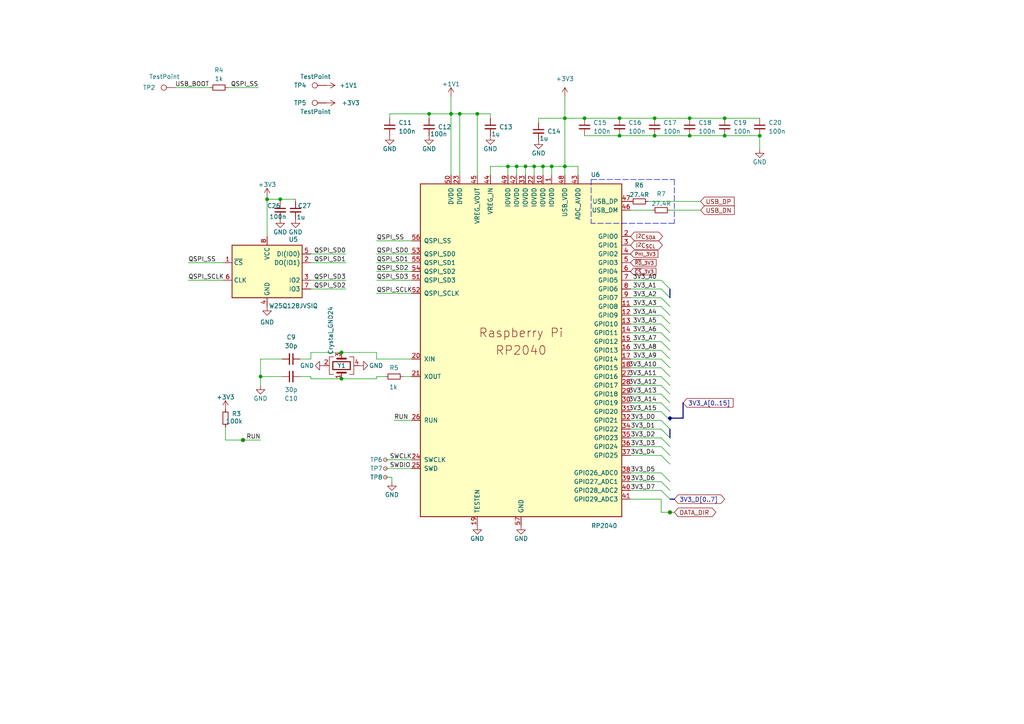
<source format=kicad_sch>
(kicad_sch (version 20210621) (generator eeschema)
  (paper "A4")
  (title_block (title "RP2040 Game Boy Cart") (date "2021-08-31") (rev "0.2a") (company "Mahyar Koshkouei") (comment 1 "All Rights Reserved") (comment 2 "Compatible with DMG, MGB, & CGB. Collectively referred to as \"GB\" here."))
  (lib_symbols
    (symbol "Connector:TestPoint" (pin_numbers hide) (pin_names (offset 0.762) hide)
      (property "Reference" "TP" (at 0 6.858 0))
      (property "Value" "TestPoint" (at 0 5.08 0))
      (symbol "TestPoint_0_1"
        (circle (center 0 3.302) (radius 0.762))
      )
      (symbol "TestPoint_1_1"
        (pin passive line (at 0 0 90) (length 2.54) (name "1") (number "1"))
      )
    )
    (symbol "Connector:TestPoint_Small" (pin_numbers hide) (pin_names (offset 0.762) hide)
      (property "Reference" "TP" (at 0 3.81 0))
      (property "Value" "TestPoint_Small" (at 0 2.032 0))
      (symbol "TestPoint_Small_0_1"
        (circle (center 0 0) (radius 0.508))
      )
      (symbol "TestPoint_Small_1_1"
        (pin passive line (at 0 0 90) (length 0) (name "1") (number "1"))
      )
    )
    (symbol "Device:C_Small" (pin_numbers hide) (pin_names (offset 0.254) hide)
      (property "Reference" "C" (at 0.254 1.778 0))
      (property "Value" "C_Small" (at 0.254 -2.032 0))
      (symbol "C_Small_0_1"
        (polyline (pts (xy -1.524 -0.508) (xy 1.524 -0.508)) (stroke (width 0.3302)))
        (polyline (pts (xy -1.524 0.508) (xy 1.524 0.508)) (stroke (width 0.3048)))
      )
      (symbol "C_Small_1_1"
        (pin passive line (at 0 2.54 270) (length 2.032) (name "~") (number "1"))
        (pin passive line (at 0 -2.54 90) (length 2.032) (name "~") (number "2"))
      )
    )
    (symbol "Device:Crystal_GND24" (pin_names (offset 1.016) hide)
      (property "Reference" "Y" (at 3.175 5.08 0))
      (property "Value" "Crystal_GND24" (at 3.175 3.175 0))
      (symbol "Crystal_GND24_0_1"
        (rectangle (start -1.143 2.54) (end 1.143 -2.54) (stroke (width 0.3048)))
        (polyline (pts (xy -2.54 0) (xy -2.032 0)))
        (polyline (pts (xy -2.032 -1.27) (xy -2.032 1.27)) (stroke (width 0.508)))
        (polyline (pts (xy 0 -3.81) (xy 0 -3.556)))
        (polyline (pts (xy 0 3.556) (xy 0 3.81)))
        (polyline (pts (xy 2.032 -1.27) (xy 2.032 1.27)) (stroke (width 0.508)))
        (polyline (pts (xy 2.032 0) (xy 2.54 0)))
        (polyline (pts (xy -2.54 -2.286) (xy -2.54 -3.556) (xy 2.54 -3.556) (xy 2.54 -2.286)))
        (polyline (pts (xy -2.54 2.286) (xy -2.54 3.556) (xy 2.54 3.556) (xy 2.54 2.286)))
      )
      (symbol "Crystal_GND24_1_1"
        (pin passive line (at -3.81 0 0) (length 1.27) (name "1") (number "1"))
        (pin passive line (at 0 5.08 270) (length 1.27) (name "2") (number "2"))
        (pin passive line (at 3.81 0 180) (length 1.27) (name "3") (number "3"))
        (pin passive line (at 0 -5.08 90) (length 1.27) (name "4") (number "4"))
      )
    )
    (symbol "Device:R_Small" (pin_numbers hide) (pin_names (offset 0.254) hide)
      (property "Reference" "R" (at 0.762 0.508 0))
      (property "Value" "R_Small" (at 0.762 -1.016 0))
      (symbol "R_Small_0_1"
        (rectangle (start -0.762 1.778) (end 0.762 -1.778) (stroke (width 0.2032)))
      )
      (symbol "R_Small_1_1"
        (pin passive line (at 0 2.54 270) (length 0.762) (name "~") (number "1"))
        (pin passive line (at 0 -2.54 90) (length 0.762) (name "~") (number "2"))
      )
    )
    (symbol "Memory_Flash:W25Q128JVS"
      (property "Reference" "U" (at -8.89 8.89 0))
      (property "Value" "W25Q128JVS" (at 7.62 8.89 0))
      (symbol "W25Q128JVS_0_1"
        (rectangle (start -10.16 7.62) (end 10.16 -7.62) (stroke (width 0.254)) (fill (type background)))
      )
      (symbol "W25Q128JVS_1_1"
        (pin input line (at -12.7 2.54 0) (length 2.54) (name "~{CS}") (number "1"))
        (pin bidirectional line (at 12.7 2.54 180) (length 2.54) (name "DO(IO1)") (number "2"))
        (pin bidirectional line (at 12.7 -2.54 180) (length 2.54) (name "IO2") (number "3"))
        (pin power_in line (at 0 -10.16 90) (length 2.54) (name "GND") (number "4"))
        (pin bidirectional line (at 12.7 5.08 180) (length 2.54) (name "DI(IO0)") (number "5"))
        (pin input line (at -12.7 -2.54 0) (length 2.54) (name "CLK") (number "6"))
        (pin bidirectional line (at 12.7 -5.08 180) (length 2.54) (name "IO3") (number "7"))
        (pin power_in line (at 0 10.16 270) (length 2.54) (name "VCC") (number "8"))
      )
    )
    (symbol "RP_RP2040:RP2040" (pin_names (offset 1.016))
      (property "Reference" "U" (at -29.21 49.53 0))
      (property "Value" "RP2040" (at 24.13 -49.53 0))
      (symbol "RP2040_0_0"
        (text "Raspberry Pi" (at 0 5.08 0) (effects (font (size 2.54 2.54))))
        (text "RP2040" (at 0 0 0) (effects (font (size 2.54 2.54))))
      )
      (symbol "RP2040_0_1"
        (rectangle (start 29.21 48.26) (end -29.21 -48.26) (stroke (width 0.254)) (fill (type background)))
      )
      (symbol "RP2040_1_1"
        (pin power_in line (at 8.89 50.8 270) (length 2.54) (name "IOVDD") (number "1"))
        (pin power_in line (at 6.35 50.8 270) (length 2.54) (name "IOVDD") (number "10"))
        (pin bidirectional line (at 31.75 12.7 180) (length 2.54) (name "GPIO8") (number "11"))
        (pin bidirectional line (at 31.75 10.16 180) (length 2.54) (name "GPIO9") (number "12"))
        (pin bidirectional line (at 31.75 7.62 180) (length 2.54) (name "GPIO10") (number "13"))
        (pin bidirectional line (at 31.75 5.08 180) (length 2.54) (name "GPIO11") (number "14"))
        (pin bidirectional line (at 31.75 2.54 180) (length 2.54) (name "GPIO12") (number "15"))
        (pin bidirectional line (at 31.75 0 180) (length 2.54) (name "GPIO13") (number "16"))
        (pin bidirectional line (at 31.75 -2.54 180) (length 2.54) (name "GPIO14") (number "17"))
        (pin bidirectional line (at 31.75 -5.08 180) (length 2.54) (name "GPIO15") (number "18"))
        (pin passive line (at -12.7 -50.8 90) (length 2.54) (name "TESTEN") (number "19"))
        (pin bidirectional line (at 31.75 33.02 180) (length 2.54) (name "GPIO0") (number "2"))
        (pin input line (at -31.75 -2.54 0) (length 2.54) (name "XIN") (number "20"))
        (pin passive line (at -31.75 -7.62 0) (length 2.54) (name "XOUT") (number "21"))
        (pin power_in line (at 3.81 50.8 270) (length 2.54) (name "IOVDD") (number "22"))
        (pin power_in line (at -17.78 50.8 270) (length 2.54) (name "DVDD") (number "23"))
        (pin output line (at -31.75 -31.75 0) (length 2.54) (name "SWCLK") (number "24"))
        (pin bidirectional line (at -31.75 -34.29 0) (length 2.54) (name "SWD") (number "25"))
        (pin input line (at -31.75 -20.32 0) (length 2.54) (name "RUN") (number "26"))
        (pin bidirectional line (at 31.75 -7.62 180) (length 2.54) (name "GPIO16") (number "27"))
        (pin bidirectional line (at 31.75 -10.16 180) (length 2.54) (name "GPIO17") (number "28"))
        (pin bidirectional line (at 31.75 -12.7 180) (length 2.54) (name "GPIO18") (number "29"))
        (pin bidirectional line (at 31.75 30.48 180) (length 2.54) (name "GPIO1") (number "3"))
        (pin bidirectional line (at 31.75 -15.24 180) (length 2.54) (name "GPIO19") (number "30"))
        (pin bidirectional line (at 31.75 -17.78 180) (length 2.54) (name "GPIO20") (number "31"))
        (pin bidirectional line (at 31.75 -20.32 180) (length 2.54) (name "GPIO21") (number "32"))
        (pin power_in line (at 1.27 50.8 270) (length 2.54) (name "IOVDD") (number "33"))
        (pin bidirectional line (at 31.75 -22.86 180) (length 2.54) (name "GPIO22") (number "34"))
        (pin bidirectional line (at 31.75 -25.4 180) (length 2.54) (name "GPIO23") (number "35"))
        (pin bidirectional line (at 31.75 -27.94 180) (length 2.54) (name "GPIO24") (number "36"))
        (pin bidirectional line (at 31.75 -30.48 180) (length 2.54) (name "GPIO25") (number "37"))
        (pin bidirectional line (at 31.75 -35.56 180) (length 2.54) (name "GPIO26_ADC0") (number "38"))
        (pin bidirectional line (at 31.75 -38.1 180) (length 2.54) (name "GPIO27_ADC1") (number "39"))
        (pin bidirectional line (at 31.75 27.94 180) (length 2.54) (name "GPIO2") (number "4"))
        (pin bidirectional line (at 31.75 -40.64 180) (length 2.54) (name "GPIO28_ADC2") (number "40"))
        (pin bidirectional line (at 31.75 -43.18 180) (length 2.54) (name "GPIO29_ADC3") (number "41"))
        (pin power_in line (at -1.27 50.8 270) (length 2.54) (name "IOVDD") (number "42"))
        (pin power_in line (at 16.51 50.8 270) (length 2.54) (name "ADC_AVDD") (number "43"))
        (pin power_in line (at -8.89 50.8 270) (length 2.54) (name "VREG_IN") (number "44"))
        (pin power_out line (at -12.7 50.8 270) (length 2.54) (name "VREG_VOUT") (number "45"))
        (pin bidirectional line (at 31.75 40.64 180) (length 2.54) (name "USB_DM") (number "46"))
        (pin bidirectional line (at 31.75 43.18 180) (length 2.54) (name "USB_DP") (number "47"))
        (pin power_in line (at 12.7 50.8 270) (length 2.54) (name "USB_VDD") (number "48"))
        (pin power_in line (at -3.81 50.8 270) (length 2.54) (name "IOVDD") (number "49"))
        (pin bidirectional line (at 31.75 25.4 180) (length 2.54) (name "GPIO3") (number "5"))
        (pin power_in line (at -20.32 50.8 270) (length 2.54) (name "DVDD") (number "50"))
        (pin bidirectional line (at -31.75 20.32 0) (length 2.54) (name "QSPI_SD3") (number "51"))
        (pin output line (at -31.75 16.51 0) (length 2.54) (name "QSPI_SCLK") (number "52"))
        (pin bidirectional line (at -31.75 27.94 0) (length 2.54) (name "QSPI_SD0") (number "53"))
        (pin bidirectional line (at -31.75 22.86 0) (length 2.54) (name "QSPI_SD2") (number "54"))
        (pin bidirectional line (at -31.75 25.4 0) (length 2.54) (name "QSPI_SD1") (number "55"))
        (pin bidirectional line (at -31.75 31.75 0) (length 2.54) (name "QSPI_SS") (number "56"))
        (pin power_in line (at 0 -50.8 90) (length 2.54) (name "GND") (number "57"))
        (pin bidirectional line (at 31.75 22.86 180) (length 2.54) (name "GPIO4") (number "6"))
        (pin bidirectional line (at 31.75 20.32 180) (length 2.54) (name "GPIO5") (number "7"))
        (pin bidirectional line (at 31.75 17.78 180) (length 2.54) (name "GPIO6") (number "8"))
        (pin bidirectional line (at 31.75 15.24 180) (length 2.54) (name "GPIO7") (number "9"))
      )
    )
    (symbol "power:+1V1" (power) (pin_names (offset 0))
      (property "Value" "+1V1" (at 0 3.556 0))
      (symbol "+1V1_0_1"
        (polyline (pts (xy -0.762 1.27) (xy 0 2.54)))
        (polyline (pts (xy 0 0) (xy 0 2.54)))
        (polyline (pts (xy 0 2.54) (xy 0.762 1.27)))
      )
      (symbol "+1V1_1_1"
        (pin power_in line (at 0 0 90) (length 0) hide (name "+1V1") (number "1"))
      )
    )
    (symbol "power:+3V3" (power) (pin_names (offset 0))
      (property "Value" "+3V3" (at 0 3.556 0))
      (symbol "+3V3_0_1"
        (polyline (pts (xy -0.762 1.27) (xy 0 2.54)))
        (polyline (pts (xy 0 0) (xy 0 2.54)))
        (polyline (pts (xy 0 2.54) (xy 0.762 1.27)))
      )
      (symbol "+3V3_1_1"
        (pin power_in line (at 0 0 90) (length 0) hide (name "+3V3") (number "1"))
      )
    )
    (symbol "power:GND" (power) (pin_names (offset 0))
      (property "Value" "GND" (at 0 -3.81 0))
      (symbol "GND_0_1"
        (polyline (pts (xy 0 0) (xy 0 -1.27) (xy 1.27 -1.27) (xy 0 -2.54) (xy -1.27 -1.27) (xy 0 -1.27)))
      )
      (symbol "GND_1_1"
        (pin power_in line (at 0 0 270) (length 0) hide (name "GND") (number "1"))
      )
    )
  )
  (junction (at 70.485 127.635) (diameter 0.9144))
  (junction (at 75.565 109.22) (diameter 0.9144))
  (junction (at 77.47 57.785) (diameter 0.9144))
  (junction (at 81.28 57.785) (diameter 0.9144))
  (junction (at 99.06 102.235) (diameter 0.9144))
  (junction (at 99.06 109.855) (diameter 0.9144))
  (junction (at 124.46 33.02) (diameter 0.9144))
  (junction (at 130.81 33.02) (diameter 0.9144))
  (junction (at 133.35 33.02) (diameter 0.9144))
  (junction (at 138.43 33.02) (diameter 0.9144))
  (junction (at 147.32 48.26) (diameter 0.9144))
  (junction (at 149.86 48.26) (diameter 0.9144))
  (junction (at 152.4 48.26) (diameter 0.9144))
  (junction (at 154.94 48.26) (diameter 0.9144))
  (junction (at 157.48 48.26) (diameter 0.9144))
  (junction (at 160.02 48.26) (diameter 0.9144))
  (junction (at 163.83 34.29) (diameter 0.9144))
  (junction (at 163.83 48.26) (diameter 0.9144))
  (junction (at 169.545 34.29) (diameter 0.9144))
  (junction (at 179.705 34.29) (diameter 0.9144))
  (junction (at 179.705 39.37) (diameter 0.9144))
  (junction (at 189.865 34.29) (diameter 0.9144))
  (junction (at 189.865 39.37) (diameter 0.9144))
  (junction (at 194.31 148.59) (diameter 0.9144))
  (junction (at 200.025 34.29) (diameter 0.9144))
  (junction (at 200.025 39.37) (diameter 0.9144))
  (junction (at 210.185 34.29) (diameter 0.9144))
  (junction (at 210.185 39.37) (diameter 0.9144))
  (junction (at 220.345 39.37) (diameter 0.9144))
  (junction (at 194.31 121.285) (diameter 0.9144))
  (bus_entry (at 191.77 81.28) (size 2.54 2.54))
  (bus_entry (at 191.77 83.82) (size 2.54 2.54))
  (bus_entry (at 191.77 86.36) (size 2.54 2.54))
  (bus_entry (at 191.77 88.9) (size 2.54 2.54))
  (bus_entry (at 191.77 91.44) (size 2.54 2.54))
  (bus_entry (at 191.77 93.98) (size 2.54 2.54))
  (bus_entry (at 191.77 96.52) (size 2.54 2.54))
  (bus_entry (at 191.77 99.06) (size 2.54 2.54))
  (bus_entry (at 191.77 101.6) (size 2.54 2.54))
  (bus_entry (at 191.77 104.14) (size 2.54 2.54))
  (bus_entry (at 191.77 106.68) (size 2.54 2.54))
  (bus_entry (at 191.77 109.22) (size 2.54 2.54))
  (bus_entry (at 191.77 111.76) (size 2.54 2.54))
  (bus_entry (at 191.77 114.3) (size 2.54 2.54))
  (bus_entry (at 191.77 116.84) (size 2.54 2.54))
  (bus_entry (at 191.77 119.38) (size 2.54 2.54))
  (bus_entry (at 191.77 121.92) (size 2.54 2.54))
  (bus_entry (at 191.77 124.46) (size 2.54 2.54))
  (bus_entry (at 191.77 127) (size 2.54 2.54))
  (bus_entry (at 191.77 129.54) (size 2.54 2.54))
  (bus_entry (at 191.77 132.08) (size 2.54 2.54))
  (bus_entry (at 191.77 137.16) (size 2.54 2.54))
  (bus_entry (at 191.77 139.7) (size 2.54 2.54))
  (bus_entry (at 191.77 142.24) (size 2.54 2.54))
  (wire (pts (xy 50.8 25.4) (xy 60.96 25.4)))
  (wire (pts (xy 54.61 76.2) (xy 64.77 76.2)))
  (wire (pts (xy 54.61 81.28) (xy 64.77 81.28)))
  (wire (pts (xy 65.405 123.825) (xy 65.405 127.635)))
  (wire (pts (xy 65.405 127.635) (xy 70.485 127.635)))
  (wire (pts (xy 66.04 25.4) (xy 74.93 25.4)))
  (wire (pts (xy 70.485 127.635) (xy 75.565 127.635)))
  (wire (pts (xy 75.565 104.14) (xy 75.565 109.22)))
  (wire (pts (xy 75.565 109.22) (xy 75.565 111.76)))
  (wire (pts (xy 77.47 57.15) (xy 77.47 57.785)))
  (wire (pts (xy 77.47 57.785) (xy 77.47 68.58)))
  (wire (pts (xy 81.28 57.785) (xy 77.47 57.785)))
  (wire (pts (xy 81.28 57.785) (xy 81.28 58.42)))
  (wire (pts (xy 81.915 104.14) (xy 75.565 104.14)))
  (wire (pts (xy 81.915 109.22) (xy 75.565 109.22)))
  (wire (pts (xy 85.725 57.785) (xy 81.28 57.785)))
  (wire (pts (xy 85.725 58.42) (xy 85.725 57.785)))
  (wire (pts (xy 86.995 104.14) (xy 90.17 104.14)))
  (wire (pts (xy 86.995 109.22) (xy 90.17 109.22)))
  (wire (pts (xy 90.17 73.66) (xy 100.33 73.66)))
  (wire (pts (xy 90.17 76.2) (xy 100.33 76.2)))
  (wire (pts (xy 90.17 81.28) (xy 100.33 81.28)))
  (wire (pts (xy 90.17 83.82) (xy 100.33 83.82)))
  (wire (pts (xy 90.17 102.235) (xy 99.06 102.235)))
  (wire (pts (xy 90.17 104.14) (xy 90.17 102.235)))
  (wire (pts (xy 90.17 109.22) (xy 90.17 109.855)))
  (wire (pts (xy 90.17 109.855) (xy 99.06 109.855)))
  (wire (pts (xy 109.22 69.85) (xy 119.38 69.85)))
  (wire (pts (xy 109.22 73.66) (xy 119.38 73.66)))
  (wire (pts (xy 109.22 76.2) (xy 119.38 76.2)))
  (wire (pts (xy 109.22 78.74) (xy 119.38 78.74)))
  (wire (pts (xy 109.22 81.28) (xy 119.38 81.28)))
  (wire (pts (xy 109.22 85.09) (xy 119.38 85.09)))
  (wire (pts (xy 109.22 102.235) (xy 99.06 102.235)))
  (wire (pts (xy 109.22 104.14) (xy 109.22 102.235)))
  (wire (pts (xy 109.22 109.22) (xy 109.22 109.855)))
  (wire (pts (xy 109.22 109.855) (xy 99.06 109.855)))
  (wire (pts (xy 111.76 109.22) (xy 109.22 109.22)))
  (wire (pts (xy 111.76 133.35) (xy 119.38 133.35)))
  (wire (pts (xy 111.76 135.89) (xy 119.38 135.89)))
  (wire (pts (xy 113.03 33.02) (xy 124.46 33.02)))
  (wire (pts (xy 113.03 34.29) (xy 113.03 33.02)))
  (wire (pts (xy 113.665 138.43) (xy 111.76 138.43)))
  (wire (pts (xy 113.665 139.7) (xy 113.665 138.43)))
  (wire (pts (xy 114.3 121.92) (xy 119.38 121.92)))
  (wire (pts (xy 116.84 109.22) (xy 119.38 109.22)))
  (wire (pts (xy 119.38 104.14) (xy 109.22 104.14)))
  (wire (pts (xy 124.46 33.02) (xy 130.81 33.02)))
  (wire (pts (xy 124.46 34.29) (xy 124.46 33.02)))
  (wire (pts (xy 130.81 27.94) (xy 130.81 33.02)))
  (wire (pts (xy 130.81 33.02) (xy 133.35 33.02)))
  (wire (pts (xy 130.81 50.8) (xy 130.81 33.02)))
  (wire (pts (xy 133.35 33.02) (xy 138.43 33.02)))
  (wire (pts (xy 133.35 50.8) (xy 133.35 33.02)))
  (wire (pts (xy 138.43 33.02) (xy 138.43 50.8)))
  (wire (pts (xy 142.24 33.02) (xy 138.43 33.02)))
  (wire (pts (xy 142.24 34.29) (xy 142.24 33.02)))
  (wire (pts (xy 142.24 48.26) (xy 147.32 48.26)))
  (wire (pts (xy 142.24 50.8) (xy 142.24 48.26)))
  (wire (pts (xy 147.32 48.26) (xy 149.86 48.26)))
  (wire (pts (xy 147.32 50.8) (xy 147.32 48.26)))
  (wire (pts (xy 149.86 48.26) (xy 149.86 50.8)))
  (wire (pts (xy 149.86 48.26) (xy 152.4 48.26)))
  (wire (pts (xy 152.4 48.26) (xy 152.4 50.8)))
  (wire (pts (xy 152.4 48.26) (xy 154.94 48.26)))
  (wire (pts (xy 154.94 48.26) (xy 154.94 50.8)))
  (wire (pts (xy 154.94 48.26) (xy 157.48 48.26)))
  (wire (pts (xy 156.21 34.29) (xy 163.83 34.29)))
  (wire (pts (xy 156.21 35.56) (xy 156.21 34.29)))
  (wire (pts (xy 157.48 48.26) (xy 157.48 50.8)))
  (wire (pts (xy 157.48 48.26) (xy 160.02 48.26)))
  (wire (pts (xy 160.02 48.26) (xy 160.02 50.8)))
  (wire (pts (xy 160.02 48.26) (xy 163.83 48.26)))
  (wire (pts (xy 163.83 27.94) (xy 163.83 34.29)))
  (wire (pts (xy 163.83 34.29) (xy 169.545 34.29)))
  (wire (pts (xy 163.83 48.26) (xy 163.83 34.29)))
  (wire (pts (xy 163.83 48.26) (xy 163.83 50.8)))
  (wire (pts (xy 163.83 48.26) (xy 167.64 48.26)))
  (wire (pts (xy 167.64 48.26) (xy 167.64 50.8)))
  (wire (pts (xy 169.545 34.29) (xy 179.705 34.29)))
  (wire (pts (xy 169.545 39.37) (xy 179.705 39.37)))
  (wire (pts (xy 179.705 34.29) (xy 189.865 34.29)))
  (wire (pts (xy 179.705 39.37) (xy 189.865 39.37)))
  (wire (pts (xy 182.88 60.96) (xy 189.23 60.96)))
  (wire (pts (xy 182.88 81.28) (xy 191.77 81.28)))
  (wire (pts (xy 182.88 83.82) (xy 191.77 83.82)))
  (wire (pts (xy 182.88 86.36) (xy 191.77 86.36)))
  (wire (pts (xy 182.88 88.9) (xy 191.77 88.9)))
  (wire (pts (xy 182.88 91.44) (xy 191.77 91.44)))
  (wire (pts (xy 182.88 93.98) (xy 191.77 93.98)))
  (wire (pts (xy 182.88 96.52) (xy 191.77 96.52)))
  (wire (pts (xy 182.88 99.06) (xy 191.77 99.06)))
  (wire (pts (xy 182.88 101.6) (xy 191.77 101.6)))
  (wire (pts (xy 182.88 104.14) (xy 191.77 104.14)))
  (wire (pts (xy 182.88 106.68) (xy 191.77 106.68)))
  (wire (pts (xy 182.88 109.22) (xy 191.77 109.22)))
  (wire (pts (xy 182.88 111.76) (xy 191.77 111.76)))
  (wire (pts (xy 182.88 114.3) (xy 191.77 114.3)))
  (wire (pts (xy 182.88 116.84) (xy 191.77 116.84)))
  (wire (pts (xy 182.88 119.38) (xy 191.77 119.38)))
  (wire (pts (xy 182.88 121.92) (xy 191.77 121.92)))
  (wire (pts (xy 182.88 124.46) (xy 191.77 124.46)))
  (wire (pts (xy 182.88 127) (xy 191.77 127)))
  (wire (pts (xy 182.88 129.54) (xy 191.77 129.54)))
  (wire (pts (xy 182.88 132.08) (xy 191.77 132.08)))
  (wire (pts (xy 182.88 137.16) (xy 191.77 137.16)))
  (wire (pts (xy 182.88 139.7) (xy 191.77 139.7)))
  (wire (pts (xy 182.88 142.24) (xy 191.77 142.24)))
  (wire (pts (xy 187.96 58.42) (xy 203.2 58.42)))
  (wire (pts (xy 189.865 34.29) (xy 200.025 34.29)))
  (wire (pts (xy 189.865 39.37) (xy 200.025 39.37)))
  (wire (pts (xy 191.77 144.78) (xy 182.88 144.78)))
  (wire (pts (xy 191.77 148.59) (xy 191.77 144.78)))
  (wire (pts (xy 194.31 60.96) (xy 203.2 60.96)))
  (wire (pts (xy 194.31 148.59) (xy 191.77 148.59)))
  (wire (pts (xy 195.58 148.59) (xy 194.31 148.59)))
  (wire (pts (xy 200.025 34.29) (xy 210.185 34.29)))
  (wire (pts (xy 200.025 39.37) (xy 210.185 39.37)))
  (wire (pts (xy 210.185 34.29) (xy 220.345 34.29)))
  (wire (pts (xy 210.185 39.37) (xy 220.345 39.37)))
  (wire (pts (xy 220.345 39.37) (xy 220.345 43.18)))
  (bus (pts (xy 194.31 83.82) (xy 194.31 121.285)))
  (bus (pts (xy 194.31 121.285) (xy 194.31 121.92)))
  (bus (pts (xy 194.31 121.285) (xy 198.12 121.285)))
  (bus (pts (xy 194.31 124.46) (xy 194.31 144.78)))
  (bus (pts (xy 194.31 144.78) (xy 195.58 144.78)))
  (bus (pts (xy 198.12 121.285) (xy 198.12 116.84)))
  (polyline (pts (xy 171.45 52.07) (xy 171.45 64.77)) (stroke (width 0) (type dash)))
  (polyline (pts (xy 171.45 52.07) (xy 195.58 52.07)) (stroke (width 0) (type dash)))
  (polyline (pts (xy 195.58 52.07) (xy 195.58 64.77)) (stroke (width 0) (type dash)))
  (polyline (pts (xy 195.58 64.77) (xy 171.45 64.77)) (stroke (width 0) (type dash)))
  (label "USB_BOOT" (at 50.8 25.4 0))
  (label "QSPI_SS" (at 54.61 76.2 0))
  (label "QSPI_SCLK" (at 54.61 81.28 0))
  (label "QSPI_SS" (at 74.93 25.4 180))
  (label "RUN" (at 75.565 127.635 180))
  (label "QSPI_SD0" (at 100.33 73.66 180))
  (label "QSPI_SD1" (at 100.33 76.2 180))
  (label "QSPI_SD3" (at 100.33 81.28 180))
  (label "QSPI_SD2" (at 100.33 83.82 180))
  (label "QSPI_SS" (at 109.22 69.85 0))
  (label "QSPI_SD0" (at 109.22 73.66 0))
  (label "QSPI_SD1" (at 109.22 76.2 0))
  (label "QSPI_SD2" (at 109.22 78.74 0))
  (label "QSPI_SD3" (at 109.22 81.28 0))
  (label "QSPI_SCLK" (at 109.22 85.09 0))
  (label "SWCLK" (at 113.03 133.35 0))
  (label "SWDIO" (at 113.03 135.89 0))
  (label "RUN" (at 114.3 121.92 0))
  (label "3V3_D0" (at 182.88 121.92 0))
  (label "3V3_D1" (at 182.88 124.46 0))
  (label "3V3_D2" (at 182.88 127 0))
  (label "3V3_D3" (at 182.88 129.54 0))
  (label "3V3_D4" (at 182.88 132.08 0))
  (label "3V3_D5" (at 182.88 137.16 0))
  (label "3V3_D6" (at 182.88 139.7 0))
  (label "3V3_D7" (at 182.88 142.24 0))
  (label "3V3_A0" (at 190.5 81.28 180))
  (label "3V3_A1" (at 190.5 83.82 180))
  (label "3V3_A2" (at 190.5 86.36 180))
  (label "3V3_A3" (at 190.5 88.9 180))
  (label "3V3_A4" (at 190.5 91.44 180))
  (label "3V3_A5" (at 190.5 93.98 180))
  (label "3V3_A6" (at 190.5 96.52 180))
  (label "3V3_A7" (at 190.5 99.06 180))
  (label "3V3_A8" (at 190.5 101.6 180))
  (label "3V3_A9" (at 190.5 104.14 180))
  (label "3V3_A10" (at 190.5 106.68 180))
  (label "3V3_A11" (at 190.5 109.22 180))
  (label "3V3_A12" (at 190.5 111.76 180))
  (label "3V3_A13" (at 190.5 114.3 180))
  (label "3V3_A14" (at 190.5 116.84 180))
  (label "3V3_A15" (at 190.5 119.38 180))
  (global_label "I^{2}C_{SDA}" (shape bidirectional) (at 182.88 68.58 0) (property "Intersheet References" "${INTERSHEET_REFS}" (effects hide)))
  (global_label "I^{2}C_{SCL}" (shape bidirectional) (at 182.88 71.12 0) (property "Intersheet References" "${INTERSHEET_REFS}" (effects hide)))
  (global_label "PHI_3V3" (shape input) (at 182.88 73.66 0) (effects (font (size 1 1))) (property "Intersheet References" "${INTERSHEET_REFS}" (effects hide)))
  (global_label "~{RD}_3V3" (shape input) (at 182.88 76.2 0) (effects (font (size 1 1))) (property "Intersheet References" "${INTERSHEET_REFS}" (effects hide)))
  (global_label "~{CS}_3V3" (shape input) (at 182.88 78.74 0) (effects (font (size 1 1))) (property "Intersheet References" "${INTERSHEET_REFS}" (effects hide)))
  (global_label "3V3_D[0..7]" (shape bidirectional) (at 195.58 144.78 0) (property "Intersheet References" "${INTERSHEET_REFS}" (effects hide)))
  (global_label "DATA_DIR" (shape bidirectional) (at 195.58 148.59 0) (property "Intersheet References" "${INTERSHEET_REFS}" (effects hide)))
  (global_label "3V3_A[0..15]" (shape input) (at 198.12 116.84 0) (property "Intersheet References" "${INTERSHEET_REFS}" (effects hide)))
  (global_label "USB_DP" (shape input) (at 203.2 58.42 0) (property "Intersheet References" "${INTERSHEET_REFS}" (effects hide)))
  (global_label "USB_DN" (shape input) (at 203.2 60.96 0) (property "Intersheet References" "${INTERSHEET_REFS}" (effects hide)))
  (symbol (lib_id "Connector:TestPoint_Small") (at 70.485 127.635 0) (unit 1)
    (property "Reference" "TP38" (effects hide))
    (property "Value" "TestPoint_Small" (effects hide))
    (property "Footprint" "Project_Specific:TestPoint_Pad_D0.5mm" (effects hide))
    (property "Notes" "Only footprint, no component." (effects hide))
  )
  (symbol (lib_id "Connector:TestPoint_Small") (at 111.76 133.35 0) (unit 1)
    (property "Reference" "TP6" (at 107.315 133.3499 0) (effects (justify left)))
    (property "Value" "SWCLK" (effects hide))
    (property "Footprint" "TestPoint:TestPoint_Pad_D1.0mm" (effects hide))
    (property "Notes" "Only footprint, no component." (effects hide))
  )
  (symbol (lib_id "Connector:TestPoint_Small") (at 111.76 135.89 0) (unit 1)
    (property "Reference" "TP7" (at 107.315 135.8899 0) (effects (justify left)))
    (property "Value" "SWDIO" (effects hide))
    (property "Footprint" "TestPoint:TestPoint_Pad_D1.0mm" (effects hide))
    (property "Notes" "Only footprint, no component." (effects hide))
  )
  (symbol (lib_id "Connector:TestPoint_Small") (at 111.76 138.43 0) (unit 1)
    (property "Reference" "TP8" (at 107.315 138.4299 0) (effects (justify left)))
    (property "Value" "GND" (effects hide))
    (property "Footprint" "TestPoint:TestPoint_Pad_D1.0mm" (effects hide))
    (property "Notes" "Only footprint, no component." (effects hide))
  )
  (symbol (lib_id "Connector:TestPoint_Small") (at 194.31 148.59 0) (unit 1)
    (property "Reference" "TP39" (effects hide))
    (property "Value" "TestPoint_Small" (effects hide))
    (property "Footprint" "Project_Specific:TestPoint_Pad_D0.5mm" (effects hide))
    (property "Notes" "Only footprint, no component." (effects hide))
  )
  (symbol (lib_id "power:+3V3") (at 65.405 118.745 0) (unit 1)
    (property "Reference" "#PWR027" (effects hide))
    (property "Value" "+3V3" (at 65.405 115.189 0))
  )
  (symbol (lib_id "power:+3V3") (at 77.47 57.15 0) (unit 1)
    (property "Reference" "#PWR029" (effects hide))
    (property "Value" "+3V3" (at 77.47 53.5454 0))
  )
  (symbol (lib_id "power:+1V1") (at 94.615 24.765 270) (unit 1)
    (property "Reference" "#PWR032" (effects hide))
    (property "Value" "+1V1" (at 98.425 24.7649 90) (effects (justify left)))
  )
  (symbol (lib_id "power:+3V3") (at 94.615 29.845 270) (unit 1)
    (property "Reference" "#PWR033" (effects hide))
    (property "Value" "+3V3" (at 99.06 29.8449 90) (effects (justify left)))
  )
  (symbol (lib_id "power:+1V1") (at 130.81 27.94 0) (unit 1)
    (property "Reference" "#PWR037" (effects hide))
    (property "Value" "+1V1" (at 130.81 24.384 0))
  )
  (symbol (lib_id "power:+3V3") (at 163.83 27.94 0) (unit 1)
    (property "Reference" "#PWR042" (effects hide))
    (property "Value" "+3V3" (at 163.83 22.86 0))
  )
  (symbol (lib_id "Connector:TestPoint") (at 50.8 25.4 90) (unit 1)
    (property "Reference" "TP2" (at 43.2435 25.4 90))
    (property "Value" "TestPoint" (at 47.6885 22.225 90))
    (property "Footprint" "TestPoint:TestPoint_Pad_D1.0mm" (effects hide))
    (property "Notes" "Only footprint, no component." (effects hide))
  )
  (symbol (lib_id "Connector:TestPoint") (at 94.615 24.765 90) (unit 1)
    (property "Reference" "TP4" (at 87.0585 24.765 90))
    (property "Value" "TestPoint" (at 91.5035 22.225 90))
    (property "Footprint" "TestPoint:TestPoint_Pad_D1.0mm" (effects hide))
    (property "Notes" "Only footprint, no component." (effects hide))
  )
  (symbol (lib_id "Connector:TestPoint") (at 94.615 29.845 90) (unit 1)
    (property "Reference" "TP5" (at 87.0585 29.845 90))
    (property "Value" "TestPoint" (at 91.5035 32.385 90))
    (property "Footprint" "TestPoint:TestPoint_Pad_D1.0mm" (effects hide))
    (property "Notes" "Only footprint, no component." (effects hide))
  )
  (symbol (lib_id "power:GND") (at 75.565 111.76 0) (unit 1)
    (property "Reference" "#PWR031" (effects hide))
    (property "Value" "GND" (at 75.565 115.57 0))
  )
  (symbol (lib_id "power:GND") (at 77.47 88.9 0) (unit 1)
    (property "Reference" "#PWR030" (effects hide))
    (property "Value" "GND" (at 77.47 93.4626 0))
  )
  (symbol (lib_id "power:GND") (at 81.28 63.5 0) (unit 1)
    (property "Reference" "#PWR0102" (effects hide))
    (property "Value" "~" (at 81.28 67.31 0))
  )
  (symbol (lib_id "power:GND") (at 85.725 63.5 0) (unit 1)
    (property "Reference" "#PWR0101" (effects hide))
    (property "Value" "~" (at 85.725 67.31 0))
  )
  (symbol (lib_id "power:GND") (at 93.98 106.045 270) (unit 1)
    (property "Reference" "#PWR071" (effects hide))
    (property "Value" "GND" (at 86.995 106.0449 90) (effects (justify left)))
  )
  (symbol (lib_id "power:GND") (at 104.14 106.045 90) (unit 1)
    (property "Reference" "#PWR072" (effects hide))
    (property "Value" "GND" (at 111.125 106.0451 90) (effects (justify left)))
  )
  (symbol (lib_id "power:GND") (at 113.03 39.37 0) (unit 1)
    (property "Reference" "#PWR034" (effects hide))
    (property "Value" "~" (at 113.03 43.18 0))
  )
  (symbol (lib_id "power:GND") (at 113.665 139.7 0) (unit 1)
    (property "Reference" "#PWR035" (effects hide))
    (property "Value" "GND" (at 113.665 143.51 0))
  )
  (symbol (lib_id "power:GND") (at 124.46 39.37 0) (unit 1)
    (property "Reference" "#PWR036" (effects hide))
    (property "Value" "~" (at 124.46 43.18 0))
  )
  (symbol (lib_id "power:GND") (at 138.43 152.4 0) (unit 1)
    (property "Reference" "#PWR038" (effects hide))
    (property "Value" "GND" (at 138.43 156.21 0))
  )
  (symbol (lib_id "power:GND") (at 142.24 39.37 0) (unit 1)
    (property "Reference" "#PWR039" (effects hide))
    (property "Value" "GND" (at 142.24 43.18 0))
  )
  (symbol (lib_id "power:GND") (at 151.13 152.4 0) (unit 1)
    (property "Reference" "#PWR040" (effects hide))
    (property "Value" "GND" (at 151.13 156.21 0))
  )
  (symbol (lib_id "power:GND") (at 156.21 40.64 0) (unit 1)
    (property "Reference" "#PWR041" (effects hide))
    (property "Value" "GND" (at 156.21 44.45 0))
  )
  (symbol (lib_id "power:GND") (at 220.345 43.18 0) (unit 1)
    (property "Reference" "#PWR043" (effects hide))
    (property "Value" "GND" (at 220.345 46.99 0))
  )
  (symbol (lib_id "Device:R_Small") (at 63.5 25.4 90) (unit 1)
    (property "Reference" "R4" (at 63.5 20.32 90))
    (property "Value" "1k" (at 63.5 22.86 90))
    (property "Footprint" "Resistor_SMD:R_0603_1608Metric" (effects hide))
    (property "LCSC" "C21190" (effects hide))
    (property "Notes" "Alternative manufacturer is acceptable" (effects hide))
    (property "Description" " ±1% ±100ppm/℃ 1kΩ 0.1W 0603 Chip Resistor - Surface Mount ROHS " (effects hide))
    (property "MFr" "0603WAF1001T5E" (effects hide))
    (property "Manufacturer" " UNI-ROYAL(Uniroyal Elec) " (effects hide))
  )
  (symbol (lib_id "Device:R_Small") (at 65.405 121.285 180) (unit 1)
    (property "Reference" "R3" (at 68.58 120.015 0))
    (property "Value" "100k" (at 70.358 122.174 0) (effects (justify left)))
    (property "Footprint" "Resistor_SMD:R_0603_1608Metric" (effects hide))
    (property "LCSC" "C25803" (effects hide))
    (property "Notes" "Alternative manufacturer is acceptable" (effects hide))
    (property "Description" " ±1% 100kΩ ±100ppm/℃ 0.1W 0603 Chip Resistor - Surface Mount ROHS " (effects hide))
    (property "MFr" "0603WAF1003T5E" (effects hide))
    (property "Manufacturer" " UNI-ROYAL(Uniroyal Elec) " (effects hide))
  )
  (symbol (lib_id "Device:R_Small") (at 114.3 109.22 90) (unit 1)
    (property "Reference" "R5" (at 114.3 106.68 90))
    (property "Value" "1k" (at 115.316 112.268 90) (effects (justify left)))
    (property "Footprint" "Resistor_SMD:R_0603_1608Metric" (effects hide))
    (property "LCSC" "C21190" (effects hide))
    (property "Notes" "Alternative manufacturer is acceptable" (effects hide))
    (property "Description" " ±1% ±100ppm/℃ 1kΩ 0.1W 0603 Chip Resistor - Surface Mount ROHS " (effects hide))
    (property "MFr" "0603WAF1001T5E" (effects hide))
    (property "Manufacturer" " UNI-ROYAL(Uniroyal Elec) " (effects hide))
  )
  (symbol (lib_id "Device:R_Small") (at 185.42 58.42 90) (unit 1)
    (property "Reference" "R6" (at 185.42 53.7168 90))
    (property "Value" "27.4R" (at 185.42 56.4919 90))
    (property "Footprint" "Resistor_SMD:R_0603_1608Metric" (effects hide))
    (property "LCSC" "C25190" (effects hide))
    (property "Notes" "Alternative manufacturer is acceptable" (effects hide))
    (property "Description" " ±1% ±200ppm/℃ 27Ω 0.1W 0603 Chip Resistor - Surface Mount ROHS " (effects hide))
    (property "MFr" "0603WAF270JT5E" (effects hide))
    (property "Manufacturer" " UNI-ROYAL(Uniroyal Elec) " (effects hide))
  )
  (symbol (lib_id "Device:R_Small") (at 191.77 60.96 90) (unit 1)
    (property "Reference" "R7" (at 191.77 56.2568 90))
    (property "Value" "27.4R" (at 191.77 59.0319 90))
    (property "Footprint" "Resistor_SMD:R_0603_1608Metric" (effects hide))
    (property "LCSC" "C25190" (effects hide))
    (property "Notes" "Alternative manufacturer is acceptable" (effects hide))
    (property "Description" " ±1% ±200ppm/℃ 27Ω 0.1W 0603 Chip Resistor - Surface Mount ROHS " (effects hide))
    (property "MFr" "0603WAF270JT5E" (effects hide))
    (property "Manufacturer" " UNI-ROYAL(Uniroyal Elec) " (effects hide))
  )
  (symbol (lib_id "Device:C_Small") (at 81.28 60.96 0) (unit 1)
    (property "Reference" "C26" (at 77.47 59.6899 0) (effects (justify left)))
    (property "Value" "100n" (at 78.105 62.8649 0) (effects (justify left)))
    (property "Footprint" "Capacitor_SMD:C_0402_1005Metric" (effects hide))
    (property "LCSC" "C1525" (effects hide))
    (property "MFr" "CL05B104KO5NNNC" (effects hide))
    (property "Manufacturer" "Samsung Electro-Mechanics " (effects hide))
    (property "Notes" "Alternative manufacturer is acceptable" (effects hide))
    (property "Description" " X7R 100nF ±10% 16V 0402 Multilayer Ceramic Capacitors MLCC - SMD/SMT ROHS " (effects hide))
  )
  (symbol (lib_id "Device:C_Small") (at 84.455 104.14 270) (unit 1)
    (property "Reference" "C9" (at 84.455 97.79 90))
    (property "Value" "30p" (at 84.455 100.33 90))
    (property "Footprint" "Capacitor_SMD:C_0603_1608Metric" (effects hide))
    (property "LCSC" "C22397" (effects hide))
    (property "Description" " C0G 30pF ±5% 50V 0603 Multilayer Ceramic Capacitors MLCC - SMD/SMT ROHS " (effects hide))
    (property "MFr" "CL10C300JB8NNNC" (effects hide))
    (property "Manufacturer" " Samsung Electro-Mechanics " (effects hide))
    (property "Notes" "Alternative manufacturer is acceptable" (effects hide))
  )
  (symbol (lib_id "Device:C_Small") (at 84.455 109.22 90) (unit 1)
    (property "Reference" "C10" (at 84.455 115.57 90))
    (property "Value" "30p" (at 84.455 113.03 90))
    (property "Footprint" "Capacitor_SMD:C_0603_1608Metric" (effects hide))
    (property "LCSC" "C22397" (effects hide))
    (property "Description" " C0G 30pF ±5% 50V 0603 Multilayer Ceramic Capacitors MLCC - SMD/SMT ROHS " (effects hide))
    (property "MFr" "CL10C300JB8NNNC" (effects hide))
    (property "Manufacturer" " Samsung Electro-Mechanics " (effects hide))
    (property "Notes" "Alternative manufacturer is acceptable" (effects hide))
  )
  (symbol (lib_id "Device:C_Small") (at 85.725 60.96 0) (unit 1)
    (property "Reference" "C27" (at 86.36 59.6899 0) (effects (justify left)))
    (property "Value" "1u" (at 85.979 62.992 0) (effects (justify left)))
    (property "Footprint" "Capacitor_SMD:C_0603_1608Metric" (effects hide))
    (property "LCSC" "C15849" (effects hide))
    (property "Description" " X5R ±10% 50V 1uF 0603 Multilayer Ceramic Capacitors MLCC - SMD/SMT ROHS " (effects hide))
    (property "MFr" "CL10A105KB8NNNC" (effects hide))
    (property "Manufacturer" " Samsung Electro-Mechanics " (effects hide))
    (property "Notes" "Alternative manufacturer is acceptable" (effects hide))
  )
  (symbol (lib_id "Device:C_Small") (at 113.03 36.83 0) (unit 1)
    (property "Reference" "C11" (at 115.57 35.5599 0) (effects (justify left)))
    (property "Value" "100n" (at 115.57 38.0999 0) (effects (justify left)))
    (property "Footprint" "Capacitor_SMD:C_0402_1005Metric" (effects hide))
    (property "LCSC" "C1525" (effects hide))
    (property "MFr" "CL05B104KO5NNNC" (effects hide))
    (property "Manufacturer" "Samsung Electro-Mechanics " (effects hide))
    (property "Notes" "Alternative manufacturer is acceptable" (effects hide))
    (property "Description" " X7R 100nF ±10% 16V 0402 Multilayer Ceramic Capacitors MLCC - SMD/SMT ROHS " (effects hide))
  )
  (symbol (lib_id "Device:C_Small") (at 124.46 36.83 0) (unit 1)
    (property "Reference" "C12" (at 127 36.8299 0) (effects (justify left)))
    (property "Value" "100n" (at 124.714 38.862 0) (effects (justify left)))
    (property "Footprint" "Capacitor_SMD:C_0402_1005Metric" (effects hide))
    (property "LCSC" "C1525" (effects hide))
    (property "MFr" "CL05B104KO5NNNC" (effects hide))
    (property "Manufacturer" "Samsung Electro-Mechanics " (effects hide))
    (property "Notes" "Alternative manufacturer is acceptable" (effects hide))
    (property "Description" " X7R 100nF ±10% 16V 0402 Multilayer Ceramic Capacitors MLCC - SMD/SMT ROHS " (effects hide))
  )
  (symbol (lib_id "Device:C_Small") (at 142.24 36.83 0) (unit 1)
    (property "Reference" "C13" (at 144.78 36.8299 0) (effects (justify left)))
    (property "Value" "1u" (at 142.494 38.862 0) (effects (justify left)))
    (property "Footprint" "Capacitor_SMD:C_0603_1608Metric" (effects hide))
    (property "LCSC" "C15849" (effects hide))
    (property "Description" " X5R ±10% 50V 1uF 0603 Multilayer Ceramic Capacitors MLCC - SMD/SMT ROHS " (effects hide))
    (property "MFr" "CL10A105KB8NNNC" (effects hide))
    (property "Manufacturer" " Samsung Electro-Mechanics " (effects hide))
    (property "Notes" "Alternative manufacturer is acceptable" (effects hide))
  )
  (symbol (lib_id "Device:C_Small") (at 156.21 38.1 0) (unit 1)
    (property "Reference" "C14" (at 158.75 38.0999 0) (effects (justify left)))
    (property "Value" "1u" (at 156.464 40.132 0) (effects (justify left)))
    (property "Footprint" "Capacitor_SMD:C_0603_1608Metric" (effects hide))
    (property "LCSC" "C15849" (effects hide))
    (property "Description" " X5R ±10% 50V 1uF 0603 Multilayer Ceramic Capacitors MLCC - SMD/SMT ROHS " (effects hide))
    (property "MFr" "CL10A105KB8NNNC" (effects hide))
    (property "Manufacturer" " Samsung Electro-Mechanics " (effects hide))
    (property "Notes" "Alternative manufacturer is acceptable" (effects hide))
  )
  (symbol (lib_id "Device:C_Small") (at 169.545 36.83 0) (unit 1)
    (property "Reference" "C15" (at 172.085 35.5599 0) (effects (justify left)))
    (property "Value" "100n" (at 172.085 38.0999 0) (effects (justify left)))
    (property "Footprint" "Capacitor_SMD:C_0402_1005Metric" (effects hide))
    (property "LCSC" "C1525" (effects hide))
    (property "MFr" "CL05B104KO5NNNC" (effects hide))
    (property "Manufacturer" "Samsung Electro-Mechanics " (effects hide))
    (property "Notes" "Alternative manufacturer is acceptable" (effects hide))
    (property "Description" " X7R 100nF ±10% 16V 0402 Multilayer Ceramic Capacitors MLCC - SMD/SMT ROHS " (effects hide))
  )
  (symbol (lib_id "Device:C_Small") (at 179.705 36.83 0) (unit 1)
    (property "Reference" "C16" (at 182.245 35.5599 0) (effects (justify left)))
    (property "Value" "100n" (at 182.245 38.0999 0) (effects (justify left)))
    (property "Footprint" "Capacitor_SMD:C_0402_1005Metric" (effects hide))
    (property "LCSC" "C1525" (effects hide))
    (property "MFr" "CL05B104KO5NNNC" (effects hide))
    (property "Manufacturer" "Samsung Electro-Mechanics " (effects hide))
    (property "Notes" "Alternative manufacturer is acceptable" (effects hide))
    (property "Description" " X7R 100nF ±10% 16V 0402 Multilayer Ceramic Capacitors MLCC - SMD/SMT ROHS " (effects hide))
  )
  (symbol (lib_id "Device:C_Small") (at 189.865 36.83 0) (unit 1)
    (property "Reference" "C17" (at 192.405 35.5599 0) (effects (justify left)))
    (property "Value" "100n" (at 192.405 38.0999 0) (effects (justify left)))
    (property "Footprint" "Capacitor_SMD:C_0402_1005Metric" (effects hide))
    (property "LCSC" "C1525" (effects hide))
    (property "MFr" "CL05B104KO5NNNC" (effects hide))
    (property "Manufacturer" "Samsung Electro-Mechanics " (effects hide))
    (property "Notes" "Alternative manufacturer is acceptable" (effects hide))
    (property "Description" " X7R 100nF ±10% 16V 0402 Multilayer Ceramic Capacitors MLCC - SMD/SMT ROHS " (effects hide))
  )
  (symbol (lib_id "Device:C_Small") (at 200.025 36.83 0) (unit 1)
    (property "Reference" "C18" (at 202.565 35.5599 0) (effects (justify left)))
    (property "Value" "100n" (at 202.565 38.0999 0) (effects (justify left)))
    (property "Footprint" "Capacitor_SMD:C_0402_1005Metric" (effects hide))
    (property "LCSC" "C1525" (effects hide))
    (property "MFr" "CL05B104KO5NNNC" (effects hide))
    (property "Manufacturer" "Samsung Electro-Mechanics " (effects hide))
    (property "Notes" "Alternative manufacturer is acceptable" (effects hide))
    (property "Description" " X7R 100nF ±10% 16V 0402 Multilayer Ceramic Capacitors MLCC - SMD/SMT ROHS " (effects hide))
  )
  (symbol (lib_id "Device:C_Small") (at 210.185 36.83 0) (unit 1)
    (property "Reference" "C19" (at 212.725 35.5599 0) (effects (justify left)))
    (property "Value" "100n" (at 212.725 38.0999 0) (effects (justify left)))
    (property "Footprint" "Capacitor_SMD:C_0402_1005Metric" (effects hide))
    (property "LCSC" "C1525" (effects hide))
    (property "MFr" "CL05B104KO5NNNC" (effects hide))
    (property "Manufacturer" "Samsung Electro-Mechanics " (effects hide))
    (property "Notes" "Alternative manufacturer is acceptable" (effects hide))
    (property "Description" " X7R 100nF ±10% 16V 0402 Multilayer Ceramic Capacitors MLCC - SMD/SMT ROHS " (effects hide))
  )
  (symbol (lib_id "Device:C_Small") (at 220.345 36.83 0) (unit 1)
    (property "Reference" "C20" (at 222.885 35.5599 0) (effects (justify left)))
    (property "Value" "100n" (at 222.885 38.0999 0) (effects (justify left)))
    (property "Footprint" "Capacitor_SMD:C_0402_1005Metric" (effects hide))
    (property "LCSC" "C1525" (effects hide))
    (property "MFr" "CL05B104KO5NNNC" (effects hide))
    (property "Manufacturer" "Samsung Electro-Mechanics " (effects hide))
    (property "Notes" "Alternative manufacturer is acceptable" (effects hide))
    (property "Description" " X7R 100nF ±10% 16V 0402 Multilayer Ceramic Capacitors MLCC - SMD/SMT ROHS " (effects hide))
  )
  (symbol (lib_id "Device:Crystal_GND24") (at 99.06 106.045 90) (unit 1)
    (property "Reference" "Y1" (at 97.79 106.0449 90) (effects (justify right)))
    (property "Value" "Crystal_GND24" (at 95.885 102.87 0) (effects (justify left)))
    (property "Footprint" "Crystal:Crystal_SMD_3225-4Pin_3.2x2.5mm" (effects hide))
    (property "LCSC" "C9002" (effects hide))
    (property "Description" "±10ppm 12.00MHz -40℃~85℃ 20pF 80Ω SMD3225-4P Crystals ROHS" (effects hide))
    (property "MFr" "X322512MSB4SI" (effects hide))
    (property "Manufacturer" " Yangxing Tech " (effects hide))
  )
  (symbol (lib_id "Memory_Flash:W25Q128JVS") (at 77.47 78.74 0) (unit 1)
    (property "Reference" "U5" (at 85.09 69.4394 0))
    (property "Value" "W25Q128JVSIQ" (at 85.09 88.7245 0))
    (property "Footprint" "Package_SO:SOIC-8_5.23x5.23mm_P1.27mm" (effects hide))
    (property "Datasheet" "https://www.winbond.com/resource-files/W25Q128JV%20RevH%2003102021%20Plus.pdf" (effects hide))
    (property "LCSC" "C97521" (effects hide))
    (property "Description" " FLASH SPI - Dual/Quad I/O 128Mb (16M x 8) Non-Volatile SOIC-8_208mil NOR FLASH ROHS " (effects hide))
    (property "MFr" "W25Q128JVSIQ" (effects hide))
    (property "Manufacturer" "Winbond Elec" (effects hide))
    (property "Notes" "Do not populate." (effects hide))
  )
  (symbol (lib_id "RP_RP2040:RP2040") (at 151.13 101.6 0) (unit 1)
    (property "Reference" "U6" (at 172.72 50.6636 0))
    (property "Value" "RP2040" (at 175.26 152.4987 0))
    (property "Footprint" "RP_RP2040:RP2040-QFN-56" (effects hide))
    (property "Datasheet" "https://datasheets.raspberrypi.org/rp2040/rp2040-datasheet.pdf" (effects hide))
    (property "MFr" "RP2040" (effects hide))
    (property "LCSC" "C2040" (effects hide))
    (property "Manufacturer" "Raspberry Pi" (effects hide))
    (property "Description" "Raspberry Pi Microcontroller,  QFN-56, Dual-Core 133MHz" (effects hide))
  )
)
</source>
